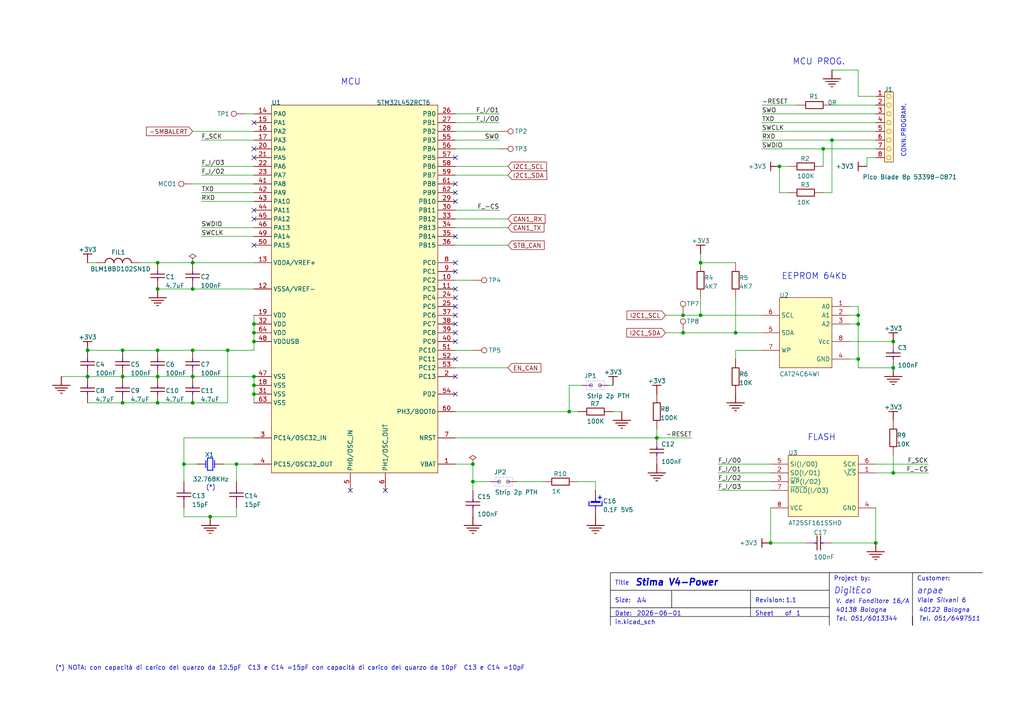
<source format=kicad_sch>
(kicad_sch (version 20230121) (generator eeschema)
  (paper "A4")
  (title_block (title "Stima V4-Power") (rev "1.1"))
  (lib_symbols
    (symbol "Connector:TestPoint" (pin_numbers hide) (pin_names (offset 0.762) hide)
      (property "Reference" "TP" (at 0 6.858 0))
      (property "Value" "TestPoint" (at 0 5.08 0))
      (symbol "TestPoint_0_1"
        (circle (center 0 3.302) (radius 0.762))
      )
      (symbol "TestPoint_1_1"
        (pin passive line (at 0 0 90) (length 2.54) (name "1") (number "1"))
      )
    )
    (symbol "Stima V4 Power-altium-import:+3V3" (power)
      (property "Reference" "#PWR" (at 0 0 0))
      (property "Value" "+3V3" (at 0 3.81 0))
      (symbol "+3V3_0_0"
        (polyline (pts (xy -1.27 -2.54) (xy 1.27 -2.54)) (stroke (width 0.254)))
        (polyline (pts (xy 0 0) (xy 0 -2.54)) (stroke (width 0.254)))
        (pin power_in line (at 0 0 0) (length 0) hide (name "+3V3") (number ""))
      )
    )
    (symbol "Stima V4 Power-altium-import:GND" (power)
      (property "Reference" "#PWR" (at 0 0 0))
      (property "Value" "GND" (at 0 6.35 0))
      (symbol "GND_0_0"
        (polyline (pts (xy -2.54 -2.54) (xy 2.54 -2.54)) (stroke (width 0.254)))
        (polyline (pts (xy -1.778 -3.302) (xy 1.778 -3.302)) (stroke (width 0.254)))
        (polyline (pts (xy -1.016 -4.064) (xy 1.016 -4.064)) (stroke (width 0.254)))
        (polyline (pts (xy -0.254 -4.826) (xy 0.254 -4.826)) (stroke (width 0.254)))
        (polyline (pts (xy 0 0) (xy 0 -2.54)) (stroke (width 0.254)))
        (pin power_in line (at 0 0 0) (length 0) hide (name "GND") (number ""))
      )
    )
    (symbol "Stima V4 Power-altium-import:root_0_AT25SF161SSHD"
      (symbol "root_0_AT25SF161SSHD_1_0"
        (rectangle (start 20.32 0) (end 0 -17.78) (fill (type background)))
        (pin input line (at 25.4 -5.08 180) (length 5.08) (name "\\~{CS}") (number "1"))
        (pin output line (at -5.08 -5.08 0) (length 5.08) (name "SO(I/O1)") (number "2"))
        (pin input line (at -5.08 -7.62 0) (length 5.08) (name "~{WP}(I/O2)") (number "3"))
        (pin power_in line (at 25.4 -15.24 180) (length 5.08) (name "GND") (number "4"))
        (pin input line (at -5.08 -2.54 0) (length 5.08) (name "SI(I/O0)") (number "5"))
        (pin input line (at 25.4 -2.54 180) (length 5.08) (name "SCK") (number "6"))
        (pin input line (at -5.08 -10.16 0) (length 5.08) (name "~{HOLD}(I/O3)") (number "7"))
        (pin power_in line (at -5.08 -15.24 0) (length 5.08) (name "VCC") (number "8"))
      )
    )
    (symbol "Stima V4 Power-altium-import:root_0_BLM18BD"
      (symbol "root_0_BLM18BD_1_0"
        (arc (start 1.27 -1.27) (mid 0.372 -1.642) (end 0 -2.54) (stroke (width 0.254)))
        (arc (start 2.54 -2.54) (mid 2.168 -1.642) (end 1.27 -1.27) (stroke (width 0.254)))
        (arc (start 3.81 -1.27) (mid 2.912 -1.642) (end 2.54 -2.54) (stroke (width 0.254)))
        (arc (start 5.08 -2.54) (mid 4.708 -1.642) (end 3.81 -1.27) (stroke (width 0.254)))
        (arc (start 6.35 -1.27) (mid 5.452 -1.642) (end 5.08 -2.54) (stroke (width 0.254)))
        (arc (start 7.62 -2.54) (mid 7.248 -1.642) (end 6.35 -1.27) (stroke (width 0.254)))
        (pin passive line (at -2.54 -2.54 0) (length 2.54) (name "1") (number "1"))
        (pin passive line (at 10.16 -2.54 180) (length 2.54) (name "2") (number "2"))
      )
    )
    (symbol "Stima V4 Power-altium-import:root_0_C0603"
      (symbol "root_0_C0603_1_0"
        (polyline (pts (xy -2.032 -0.762) (xy 2.032 -0.762)) (stroke (width 0.254)))
        (polyline (pts (xy 0 -2.54) (xy 0 -1.778)) (stroke (width 0.254) (color 0 0 255 1)))
        (polyline (pts (xy 0 0) (xy 0 -0.762)) (stroke (width 0.254) (color 0 0 255 1)))
        (polyline (pts (xy 2.032 -1.778) (xy -2.032 -1.778)) (stroke (width 0.254)))
        (pin passive line (at 0 2.54 270) (length 2.54) (name "1") (number "1"))
        (pin passive line (at 0 -5.08 90) (length 2.54) (name "2") (number "2"))
      )
    )
    (symbol "Stima V4 Power-altium-import:root_0_C0805"
      (symbol "root_0_C0805_1_0"
        (polyline (pts (xy -2.032 -0.762) (xy 2.032 -0.762)) (stroke (width 0.254)))
        (polyline (pts (xy 0 -2.54) (xy 0 -1.778)) (stroke (width 0.254) (color 0 0 255 1)))
        (polyline (pts (xy 0 0) (xy 0 -0.762)) (stroke (width 0.254) (color 0 0 255 1)))
        (polyline (pts (xy 2.032 -1.778) (xy -2.032 -1.778)) (stroke (width 0.254)))
        (pin passive line (at 0 2.54 270) (length 2.54) (name "1") (number "1"))
        (pin passive line (at 0 -5.08 90) (length 2.54) (name "2") (number "2"))
      )
    )
    (symbol "Stima V4 Power-altium-import:root_0_ConnPicoBlade8p"
      (symbol "root_0_ConnPicoBlade8p_1_0"
        (circle (center 1.27 -19.05) (radius 0.635) (stroke (width 0.0001)) (fill (type color) (color 192 192 192 1)))
        (circle (center 1.27 -16.51) (radius 0.635) (stroke (width 0.0001)) (fill (type color) (color 192 192 192 1)))
        (circle (center 1.27 -13.97) (radius 0.635) (stroke (width 0.0001)) (fill (type color) (color 192 192 192 1)))
        (circle (center 1.27 -11.43) (radius 0.635) (stroke (width 0.0001)) (fill (type color) (color 192 192 192 1)))
        (circle (center 1.27 -8.89) (radius 0.635) (stroke (width 0.0001)) (fill (type color) (color 192 192 192 1)))
        (circle (center 1.27 -6.35) (radius 0.635) (stroke (width 0.0001)) (fill (type color) (color 192 192 192 1)))
        (circle (center 1.27 -3.81) (radius 0.635) (stroke (width 0.0001)) (fill (type color) (color 192 192 192 1)))
        (circle (center 1.27 -1.27) (radius 0.635) (stroke (width 0.0001)) (fill (type color) (color 192 192 192 1)))
        (rectangle (start 2.54 0) (end 0 -20.32) (fill (type background)))
        (pin passive line (at -2.54 -1.27 0) (length 2.54) (name "1") (number "1"))
        (pin passive line (at -2.54 -3.81 0) (length 2.54) (name "2") (number "2"))
        (pin passive line (at -2.54 -6.35 0) (length 2.54) (name "3") (number "3"))
        (pin passive line (at -2.54 -8.89 0) (length 2.54) (name "4") (number "4"))
        (pin passive line (at -2.54 -11.43 0) (length 2.54) (name "5") (number "5"))
        (pin passive line (at -2.54 -13.97 0) (length 2.54) (name "6") (number "6"))
        (pin passive line (at -2.54 -16.51 0) (length 2.54) (name "7") (number "7"))
        (pin passive line (at -2.54 -19.05 0) (length 2.54) (name "8") (number "8"))
      )
    )
    (symbol "Stima V4 Power-altium-import:root_0_Elettrol-SMD"
      (symbol "root_0_Elettrol-SMD_1_0"
        (polyline (pts (xy -1.905 -1.905) (xy -1.905 -0.635)) (stroke (width 0.254) (color 0 0 255 1)))
        (polyline (pts (xy -1.27 -0.787) (xy 1.194 -0.787)) (stroke (width 0.254) (color 0 0 255 1)))
        (polyline (pts (xy -1.25 -0.645) (xy 1.29 -0.645)) (stroke (width 0.254) (color 0 0 255 1)))
        (polyline (pts (xy 0 -1.905) (xy 0 -2.54)) (stroke (width 0.254) (color 0 0 255 1)))
        (polyline (pts (xy 0 -0.635) (xy 0 0)) (stroke (width 0.254) (color 0 0 255 1)))
        (polyline (pts (xy 0.762 0.508) (xy 1.778 0.508)) (stroke (width 0.254) (color 0 0 255 1)))
        (polyline (pts (xy 1.27 0) (xy 1.27 1.016)) (stroke (width 0.254) (color 0 0 255 1)))
        (polyline (pts (xy 1.905 -1.905) (xy -1.905 -1.905)) (stroke (width 0.254) (color 0 0 255 1)))
        (polyline (pts (xy 1.905 -1.905) (xy 1.905 -0.635)) (stroke (width 0.254) (color 0 0 255 1)))
        (polyline (pts (xy -1.29 -0.645) (xy -1.29 -0.968) (xy 1.29 -0.968) (xy 1.29 -0.645)) (stroke (width 0.254) (color 0 0 255 1)))
        (pin passive line (at 0 2.54 270) (length 2.54) (name "1") (number "1"))
        (pin passive line (at 0 -5.08 90) (length 2.54) (name "2") (number "2"))
      )
    )
    (symbol "Stima V4 Power-altium-import:root_0_Res 0603"
      (symbol "root_0_Res 0603_1_0"
        (rectangle (start 5.08 -1.524) (end 0 -3.556) (stroke (width 0.254)))
        (pin passive line (at -2.54 -2.54 0) (length 2.54) (name "1") (number "1"))
        (pin passive line (at 7.62 -2.54 180) (length 2.54) (name "2") (number "2"))
      )
    )
    (symbol "Stima V4 Power-altium-import:root_0_STM32L433R"
      (symbol "root_0_STM32L433R_1_0"
        (rectangle (start 48.26 0) (end 0 -106.68) (fill (type background)))
        (pin power_in line (at 53.34 -104.14 180) (length 5.08) (name "VBAT") (number "1"))
        (pin passive line (at 53.34 -50.8 180) (length 5.08) (name "PC2") (number "10"))
        (pin passive line (at 53.34 -53.34 180) (length 5.08) (name "PC3") (number "11"))
        (pin power_in line (at -5.08 -53.34 0) (length 5.08) (name "VSSA/VREF-") (number "12"))
        (pin power_in line (at -5.08 -45.72 0) (length 5.08) (name "VDDA/VREF+") (number "13"))
        (pin passive line (at -5.08 -2.54 0) (length 5.08) (name "PA0") (number "14"))
        (pin passive line (at -5.08 -5.08 0) (length 5.08) (name "PA1") (number "15"))
        (pin passive line (at -5.08 -7.62 0) (length 5.08) (name "PA2") (number "16"))
        (pin passive line (at -5.08 -10.16 0) (length 5.08) (name "PA3") (number "17"))
        (pin power_in line (at -5.08 -81.28 0) (length 5.08) (name "VSS") (number "18"))
        (pin power_in line (at -5.08 -60.96 0) (length 5.08) (name "VDD") (number "19"))
        (pin passive line (at 53.34 -78.74 180) (length 5.08) (name "PC13") (number "2"))
        (pin passive line (at -5.08 -12.7 0) (length 5.08) (name "PA4") (number "20"))
        (pin passive line (at -5.08 -15.24 0) (length 5.08) (name "PA5") (number "21"))
        (pin passive line (at -5.08 -17.78 0) (length 5.08) (name "PA6") (number "22"))
        (pin passive line (at -5.08 -20.32 0) (length 5.08) (name "PA7") (number "23"))
        (pin passive line (at 53.34 -55.88 180) (length 5.08) (name "PC4") (number "24"))
        (pin passive line (at 53.34 -58.42 180) (length 5.08) (name "PC5") (number "25"))
        (pin passive line (at 53.34 -2.54 180) (length 5.08) (name "PB0") (number "26"))
        (pin passive line (at 53.34 -5.08 180) (length 5.08) (name "PB1") (number "27"))
        (pin passive line (at 53.34 -7.62 180) (length 5.08) (name "PB2") (number "28"))
        (pin passive line (at 53.34 -27.94 180) (length 5.08) (name "PB10") (number "29"))
        (pin passive line (at -5.08 -96.52 0) (length 5.08) (name "PC14/OSC32_IN") (number "3"))
        (pin passive line (at 53.34 -30.48 180) (length 5.08) (name "PB11") (number "30"))
        (pin power_in line (at -5.08 -83.82 0) (length 5.08) (name "VSS") (number "31"))
        (pin power_in line (at -5.08 -63.5 0) (length 5.08) (name "VDD") (number "32"))
        (pin passive line (at 53.34 -33.02 180) (length 5.08) (name "PB12") (number "33"))
        (pin passive line (at 53.34 -35.56 180) (length 5.08) (name "PB13") (number "34"))
        (pin passive line (at 53.34 -38.1 180) (length 5.08) (name "PB14") (number "35"))
        (pin passive line (at 53.34 -40.64 180) (length 5.08) (name "PB15") (number "36"))
        (pin passive line (at 53.34 -60.96 180) (length 5.08) (name "PC6") (number "37"))
        (pin passive line (at 53.34 -63.5 180) (length 5.08) (name "PC7") (number "38"))
        (pin passive line (at 53.34 -66.04 180) (length 5.08) (name "PC8") (number "39"))
        (pin passive line (at -5.08 -104.14 0) (length 5.08) (name "PC15/OSC32_OUT") (number "4"))
        (pin passive line (at 53.34 -68.58 180) (length 5.08) (name "PC9") (number "40"))
        (pin passive line (at -5.08 -22.86 0) (length 5.08) (name "PA8") (number "41"))
        (pin passive line (at -5.08 -25.4 0) (length 5.08) (name "PA9") (number "42"))
        (pin passive line (at -5.08 -27.94 0) (length 5.08) (name "PA10") (number "43"))
        (pin passive line (at -5.08 -30.48 0) (length 5.08) (name "PA11") (number "44"))
        (pin passive line (at -5.08 -33.02 0) (length 5.08) (name "PA12") (number "45"))
        (pin passive line (at -5.08 -35.56 0) (length 5.08) (name "PA13") (number "46"))
        (pin power_in line (at -5.08 -78.74 0) (length 5.08) (name "VSS") (number "47"))
        (pin power_in line (at -5.08 -68.58 0) (length 5.08) (name "VDDUSB") (number "48"))
        (pin passive line (at -5.08 -38.1 0) (length 5.08) (name "PA14") (number "49"))
        (pin passive line (at 22.86 -111.76 90) (length 5.08) (name "PH0/OSC_IN") (number "5"))
        (pin passive line (at -5.08 -40.64 0) (length 5.08) (name "PA15") (number "50"))
        (pin passive line (at 53.34 -71.12 180) (length 5.08) (name "PC10") (number "51"))
        (pin passive line (at 53.34 -73.66 180) (length 5.08) (name "PC11") (number "52"))
        (pin passive line (at 53.34 -76.2 180) (length 5.08) (name "PC12") (number "53"))
        (pin passive line (at 53.34 -83.82 180) (length 5.08) (name "PD2") (number "54"))
        (pin passive line (at 53.34 -10.16 180) (length 5.08) (name "PB3") (number "55"))
        (pin passive line (at 53.34 -12.7 180) (length 5.08) (name "PB4") (number "56"))
        (pin passive line (at 53.34 -15.24 180) (length 5.08) (name "PB5") (number "57"))
        (pin passive line (at 53.34 -17.78 180) (length 5.08) (name "PB6") (number "58"))
        (pin passive line (at 53.34 -20.32 180) (length 5.08) (name "PB7") (number "59"))
        (pin passive line (at 33.02 -111.76 90) (length 5.08) (name "PH1/OSC_OUT") (number "6"))
        (pin passive line (at 53.34 -88.9 180) (length 5.08) (name "PH3/BOOT0") (number "60"))
        (pin passive line (at 53.34 -22.86 180) (length 5.08) (name "PB8") (number "61"))
        (pin passive line (at 53.34 -25.4 180) (length 5.08) (name "PB9") (number "62"))
        (pin power_in line (at -5.08 -86.36 0) (length 5.08) (name "VSS") (number "63"))
        (pin power_in line (at -5.08 -66.04 0) (length 5.08) (name "VDD") (number "64"))
        (pin passive line (at 53.34 -96.52 180) (length 5.08) (name "NRST") (number "7"))
        (pin passive line (at 53.34 -45.72 180) (length 5.08) (name "PC0") (number "8"))
        (pin passive line (at 53.34 -48.26 180) (length 5.08) (name "PC1") (number "9"))
      )
    )
    (symbol "Stima V4 Power-altium-import:root_0_mirrored_AT24C64AN-10SI-2.7"
      (symbol "root_0_mirrored_AT24C64AN-10SI-2.7_1_0"
        (rectangle (start 0 0) (end -15.24 -20.32) (fill (type background)))
        (pin input line (at 5.08 -2.54 180) (length 5.08) (name "A0") (number "1"))
        (pin input line (at 5.08 -5.08 180) (length 5.08) (name "A1") (number "2"))
        (pin input line (at 5.08 -7.62 180) (length 5.08) (name "A2") (number "3"))
        (pin power_in line (at 5.08 -17.78 180) (length 5.08) (name "GND") (number "4"))
        (pin bidirectional line (at -20.32 -10.16 0) (length 5.08) (name "SDA") (number "5"))
        (pin input line (at -20.32 -5.08 0) (length 5.08) (name "SCL") (number "6"))
        (pin passive line (at -20.32 -15.24 0) (length 5.08) (name "WP") (number "7"))
        (pin power_in line (at 5.08 -12.7 180) (length 5.08) (name "Vcc") (number "8"))
      )
    )
    (symbol "Stima V4 Power-altium-import:root_1_C0805"
      (symbol "root_1_C0805_1_0"
        (polyline (pts (xy 0 0) (xy 0.762 0)) (stroke (width 0.254) (color 0 0 255 1)))
        (polyline (pts (xy 0.762 -2.032) (xy 0.762 2.032)) (stroke (width 0.254)))
        (polyline (pts (xy 1.778 2.032) (xy 1.778 -2.032)) (stroke (width 0.254)))
        (polyline (pts (xy 2.54 0) (xy 1.778 0)) (stroke (width 0.254) (color 0 0 255 1)))
        (pin passive line (at -2.54 0 0) (length 2.54) (name "1") (number "1"))
        (pin passive line (at 5.08 0 180) (length 2.54) (name "2") (number "2"))
      )
    )
    (symbol "Stima V4 Power-altium-import:root_1_JUMP1"
      (symbol "root_1_JUMP1_1_0"
        (polyline (pts (xy 1.27 1.27) (xy 0 1.27)) (stroke (width 0) (color 0 0 255 1)))
        (polyline (pts (xy 3.81 1.27) (xy 5.08 1.27)) (stroke (width 0) (color 0 0 255 1)))
        (polyline (pts (xy 0 2.54) (xy 0 0) (xy 5.08 0) (xy 5.08 2.54) (xy 0 2.54)) (stroke (width 0) (type dot) (color 0 0 255 1)))
        (circle (center 1.27 1.27) (radius 0.508) (stroke (width 0.0001)) (fill (type color) (color 192 192 192 1)))
        (circle (center 3.81 1.27) (radius 0.508) (stroke (width 0.0001)) (fill (type color) (color 192 192 192 1)))
        (pin passive line (at -1.27 1.27 0) (length 1.27) (name "") (number "1"))
        (pin passive line (at 6.35 1.27 180) (length 1.27) (name "") (number "2"))
      )
    )
    (symbol "Stima V4 Power-altium-import:root_1_Res 0603"
      (symbol "root_1_Res 0603_1_0"
        (rectangle (start 3.556 5.08) (end 1.524 0) (stroke (width 0.254)))
        (pin passive line (at 2.54 -2.54 90) (length 2.54) (name "1") (number "1"))
        (pin passive line (at 2.54 7.62 270) (length 2.54) (name "2") (number "2"))
      )
    )
    (symbol "Stima V4 Power-altium-import:root_2_XTAL CIL"
      (symbol "root_2_XTAL CIL_1_0"
        (polyline (pts (xy -2.54 1.524) (xy -2.54 3.556)) (stroke (width 0.254) (color 0 0 255 1)))
        (polyline (pts (xy -0.508 0.762) (xy -2.032 0.762)) (stroke (width 0.254) (color 0 0 255 1)))
        (polyline (pts (xy 0 1.524) (xy 0 3.556)) (stroke (width 0.254) (color 0 0 255 1)))
        (polyline (pts (xy -2.032 0.762) (xy -2.032 4.318) (xy -0.508 4.318) (xy -0.508 0.762)) (stroke (width 0.254) (color 0 0 255 1)))
        (pin passive line (at 2.54 2.54 180) (length 2.54) (name "OSC1") (number "1"))
        (pin passive line (at -5.08 2.54 0) (length 2.54) (name "OSC2") (number "2"))
      )
    )
    (symbol "power:PWR_FLAG" (power) (pin_numbers hide) (pin_names (offset 0) hide)
      (property "Value" "PWR_FLAG" (at 0 3.81 0))
      (symbol "PWR_FLAG_0_0"
        (pin power_out line (at 0 0 90) (length 0) (name "pwr") (number "1"))
      )
      (symbol "PWR_FLAG_0_1"
        (polyline (pts (xy 0 0) (xy 0 1.27) (xy -1.016 1.905) (xy 0 2.54) (xy 1.016 1.905) (xy 0 1.27)))
      )
    )
  )
  (junction (at 73.66 111.76))
  (junction (at 73.66 99.06))
  (junction (at 259.08 106.68))
  (junction (at 45.72 101.6))
  (junction (at 25.4 101.6))
  (junction (at 73.66 96.52))
  (junction (at 35.56 101.6))
  (junction (at 254 157.48))
  (junction (at 35.56 109.22))
  (junction (at 165.1 119.38))
  (junction (at 248.92 91.44))
  (junction (at 190.5 127))
  (junction (at 248.92 93.98))
  (junction (at 73.66 93.98))
  (junction (at 60.96 149.86))
  (junction (at 68.58 134.62))
  (junction (at 203.2 91.44))
  (junction (at 259.08 99.06))
  (junction (at 73.66 114.3))
  (junction (at 137.16 139.7))
  (junction (at 66.04 101.6))
  (junction (at 45.72 116.84))
  (junction (at 223.52 157.48))
  (junction (at 137.16 134.62))
  (junction (at 55.88 83.82))
  (junction (at 241.3 40.64))
  (junction (at 45.72 76.2))
  (junction (at 198.12 91.44))
  (junction (at 203.2 76.2))
  (junction (at 55.88 101.6))
  (junction (at 55.88 109.22))
  (junction (at 53.34 134.62))
  (junction (at 213.36 96.52))
  (junction (at 226.06 48.26))
  (junction (at 248.92 104.14))
  (junction (at 25.4 109.22))
  (junction (at 259.08 137.16))
  (junction (at 45.72 109.22))
  (junction (at 55.88 76.2))
  (junction (at 73.66 109.22))
  (junction (at 198.12 96.52))
  (junction (at 45.72 83.82))
  (junction (at 35.56 116.84))
  (junction (at 55.88 116.84))
  (junction (at 238.76 43.18))
  (no_connect (at 132.08 114.3))
  (no_connect (at 132.08 104.14))
  (no_connect (at 73.66 60.96))
  (no_connect (at 132.08 45.72))
  (no_connect (at 73.66 63.5))
  (no_connect (at 132.08 91.44))
  (no_connect (at 73.66 43.18))
  (no_connect (at 132.08 86.36))
  (no_connect (at 111.76 142.24))
  (no_connect (at 132.08 68.58))
  (no_connect (at 132.08 58.42))
  (no_connect (at 73.66 35.56))
  (no_connect (at 132.08 109.22))
  (no_connect (at 132.08 83.82))
  (no_connect (at 132.08 88.9))
  (no_connect (at 132.08 55.88))
  (no_connect (at 73.66 45.72))
  (no_connect (at 101.6 142.24))
  (no_connect (at 132.08 93.98))
  (no_connect (at 132.08 78.74))
  (no_connect (at 73.66 71.12))
  (no_connect (at 132.08 53.34))
  (no_connect (at 132.08 96.52))
  (no_connect (at 132.08 99.06))
  (no_connect (at 132.08 76.2))
  (wire (pts (xy 25.4 109.22) (xy 35.56 109.22)))
  (wire (pts (xy 223.52 142.24) (xy 208.28 142.24)))
  (wire (pts (xy 190.5 127) (xy 200.66 127)))
  (wire (pts (xy 73.66 40.64) (xy 58.42 40.64)))
  (wire (pts (xy 45.72 109.22) (xy 55.88 109.22)))
  (wire (pts (xy 35.56 109.22) (xy 45.72 109.22)))
  (wire (pts (xy 73.66 114.3) (xy 73.66 116.84)))
  (wire (pts (xy 71.12 33.02) (xy 73.66 33.02)))
  (wire (pts (xy 248.92 106.68) (xy 259.08 106.68)))
  (wire (pts (xy 190.5 124.46) (xy 190.5 127)))
  (wire (pts (xy 172.72 139.7) (xy 172.72 142.24)))
  (wire (pts (xy 53.34 134.62) (xy 57.15 134.62)))
  (wire (pts (xy 40.64 76.2) (xy 45.72 76.2)))
  (wire (pts (xy 248.92 20.32) (xy 241.3 20.32)))
  (wire (pts (xy 73.66 66.04) (xy 58.42 66.04)))
  (wire (pts (xy 203.2 76.2) (xy 213.36 76.2)))
  (wire (pts (xy 73.66 127) (xy 53.34 127)))
  (polyline (pts (xy 217.678 171.196) (xy 217.678 178.816)) (stroke (width 0) (type solid) (color 0 0 0 1)))
  (wire (pts (xy 66.04 101.6) (xy 55.88 101.6)))
  (wire (pts (xy 55.88 38.1) (xy 73.66 38.1)))
  (wire (pts (xy 213.36 86.36) (xy 213.36 96.52)))
  (wire (pts (xy 220.98 38.1) (xy 254 38.1)))
  (wire (pts (xy 167.64 139.7) (xy 172.72 139.7)))
  (wire (pts (xy 241.3 55.88) (xy 238.76 55.88)))
  (wire (pts (xy 132.08 71.12) (xy 147.32 71.12)))
  (wire (pts (xy 248.92 93.98) (xy 248.92 91.44)))
  (wire (pts (xy 35.56 101.6) (xy 25.4 101.6)))
  (wire (pts (xy 203.2 91.44) (xy 220.98 91.44)))
  (wire (pts (xy 132.08 134.62) (xy 137.16 134.62)))
  (wire (pts (xy 53.34 149.86) (xy 60.96 149.86)))
  (wire (pts (xy 55.88 109.22) (xy 73.66 109.22)))
  (wire (pts (xy 248.92 104.14) (xy 248.92 93.98)))
  (wire (pts (xy 213.36 96.52) (xy 220.98 96.52)))
  (wire (pts (xy 241.3 40.64) (xy 220.98 40.64)))
  (polyline (pts (xy 194.818 171.196) (xy 194.818 176.276)) (stroke (width 0) (type solid) (color 0 0 0 1)))
  (wire (pts (xy 68.58 139.7) (xy 68.58 134.62)))
  (wire (pts (xy 132.08 38.1) (xy 144.78 38.1)))
  (wire (pts (xy 73.66 101.6) (xy 66.04 101.6)))
  (wire (pts (xy 137.16 139.7) (xy 142.24 139.7)))
  (wire (pts (xy 132.08 50.8) (xy 147.32 50.8)))
  (wire (pts (xy 226.06 48.26) (xy 228.6 48.26)))
  (wire (pts (xy 132.08 66.04) (xy 147.32 66.04)))
  (wire (pts (xy 203.2 86.36) (xy 203.2 91.44)))
  (wire (pts (xy 149.86 139.7) (xy 157.48 139.7)))
  (wire (pts (xy 248.92 91.44) (xy 248.92 88.9)))
  (wire (pts (xy 203.2 73.66) (xy 203.2 76.2)))
  (wire (pts (xy 25.4 76.2) (xy 27.94 76.2)))
  (wire (pts (xy 198.12 91.44) (xy 203.2 91.44)))
  (wire (pts (xy 228.6 55.88) (xy 226.06 55.88)))
  (polyline (pts (xy 240.538 166.116) (xy 240.538 178.816)) (stroke (width 0) (type solid) (color 0 0 0 1)))
  (wire (pts (xy 254 137.16) (xy 259.08 137.16)))
  (wire (pts (xy 45.72 76.2) (xy 55.88 76.2)))
  (wire (pts (xy 165.1 119.38) (xy 167.64 119.38)))
  (wire (pts (xy 168.91 111.76) (xy 165.1 111.76)))
  (wire (pts (xy 73.66 109.22) (xy 73.66 111.76)))
  (wire (pts (xy 223.52 147.32) (xy 223.52 157.48)))
  (polyline (pts (xy 264.668 178.816) (xy 264.668 181.356)) (stroke (width 0) (type solid) (color 0 0 0 1)))
  (wire (pts (xy 132.08 35.56) (xy 144.78 35.56)))
  (wire (pts (xy 241.3 40.64) (xy 241.3 55.88)))
  (wire (pts (xy 254 33.02) (xy 220.98 33.02)))
  (wire (pts (xy 73.66 111.76) (xy 73.66 114.3)))
  (wire (pts (xy 53.34 147.32) (xy 53.34 149.86)))
  (wire (pts (xy 248.92 88.9) (xy 246.38 88.9)))
  (wire (pts (xy 35.56 116.84) (xy 25.4 116.84)))
  (wire (pts (xy 45.72 101.6) (xy 35.56 101.6)))
  (wire (pts (xy 53.34 134.62) (xy 53.34 139.7)))
  (wire (pts (xy 213.36 101.6) (xy 213.36 104.14)))
  (wire (pts (xy 220.98 101.6) (xy 213.36 101.6)))
  (wire (pts (xy 17.78 109.22) (xy 25.4 109.22)))
  (wire (pts (xy 132.08 119.38) (xy 165.1 119.38)))
  (wire (pts (xy 132.08 81.28) (xy 137.16 81.28)))
  (wire (pts (xy 132.08 40.64) (xy 144.78 40.64)))
  (wire (pts (xy 254 35.56) (xy 220.98 35.56)))
  (wire (pts (xy 254 134.62) (xy 269.24 134.62)))
  (wire (pts (xy 132.08 127) (xy 190.5 127)))
  (wire (pts (xy 73.66 55.88) (xy 58.42 55.88)))
  (wire (pts (xy 73.66 91.44) (xy 73.66 93.98)))
  (wire (pts (xy 132.08 43.18) (xy 144.78 43.18)))
  (wire (pts (xy 55.88 83.82) (xy 73.66 83.82)))
  (wire (pts (xy 73.66 93.98) (xy 73.66 96.52)))
  (wire (pts (xy 132.08 101.6) (xy 137.16 101.6)))
  (wire (pts (xy 223.52 134.62) (xy 208.28 134.62)))
  (polyline (pts (xy 264.668 178.816) (xy 264.668 181.356)) (stroke (width 0) (type solid) (color 0 0 0 1)))
  (wire (pts (xy 66.04 101.6) (xy 66.04 116.84)))
  (wire (pts (xy 220.98 43.18) (xy 238.76 43.18)))
  (wire (pts (xy 45.72 83.82) (xy 55.88 83.82)))
  (wire (pts (xy 73.66 50.8) (xy 58.42 50.8)))
  (wire (pts (xy 254 45.72) (xy 251.46 45.72)))
  (wire (pts (xy 45.72 116.84) (xy 35.56 116.84)))
  (wire (pts (xy 226.06 55.88) (xy 226.06 48.26)))
  (wire (pts (xy 132.08 63.5) (xy 147.32 63.5)))
  (wire (pts (xy 177.8 119.38) (xy 180.34 119.38)))
  (wire (pts (xy 55.88 53.34) (xy 73.66 53.34)))
  (wire (pts (xy 246.38 93.98) (xy 248.92 93.98)))
  (wire (pts (xy 251.46 45.72) (xy 251.46 48.26)))
  (wire (pts (xy 60.96 149.86) (xy 68.58 149.86)))
  (wire (pts (xy 231.14 30.48) (xy 220.98 30.48)))
  (wire (pts (xy 73.66 58.42) (xy 58.42 58.42)))
  (wire (pts (xy 248.92 104.14) (xy 248.92 106.68)))
  (wire (pts (xy 55.88 101.6) (xy 45.72 101.6)))
  (wire (pts (xy 66.04 116.84) (xy 55.88 116.84)))
  (wire (pts (xy 193.04 91.44) (xy 198.12 91.44)))
  (wire (pts (xy 53.34 127) (xy 53.34 134.62)))
  (wire (pts (xy 68.58 134.62) (xy 73.66 134.62)))
  (wire (pts (xy 73.66 96.52) (xy 73.66 99.06)))
  (wire (pts (xy 241.3 157.48) (xy 254 157.48)))
  (wire (pts (xy 73.66 68.58) (xy 58.42 68.58)))
  (wire (pts (xy 223.52 139.7) (xy 208.28 139.7)))
  (wire (pts (xy 259.08 137.16) (xy 269.24 137.16)))
  (wire (pts (xy 64.77 134.62) (xy 68.58 134.62)))
  (wire (pts (xy 137.16 134.62) (xy 137.16 139.7)))
  (wire (pts (xy 132.08 48.26) (xy 147.32 48.26)))
  (wire (pts (xy 238.76 43.18) (xy 254 43.18)))
  (wire (pts (xy 55.88 76.2) (xy 73.66 76.2)))
  (wire (pts (xy 193.04 96.52) (xy 198.12 96.52)))
  (wire (pts (xy 176.53 111.76) (xy 177.8 111.76)))
  (wire (pts (xy 132.08 106.68) (xy 147.32 106.68)))
  (wire (pts (xy 73.66 48.26) (xy 58.42 48.26)))
  (wire (pts (xy 137.16 139.7) (xy 137.16 142.24)))
  (wire (pts (xy 254 40.64) (xy 241.3 40.64)))
  (wire (pts (xy 254 27.94) (xy 248.92 27.94)))
  (wire (pts (xy 223.52 157.48) (xy 233.68 157.48)))
  (wire (pts (xy 238.76 48.26) (xy 238.76 43.18)))
  (wire (pts (xy 248.92 27.94) (xy 248.92 20.32)))
  (wire (pts (xy 259.08 99.06) (xy 246.38 99.06)))
  (wire (pts (xy 132.08 33.02) (xy 144.78 33.02)))
  (wire (pts (xy 198.12 96.52) (xy 213.36 96.52)))
  (wire (pts (xy 259.08 132.08) (xy 259.08 137.16)))
  (wire (pts (xy 254 30.48) (xy 241.3 30.48)))
  (polyline (pts (xy 177.038 171.196) (xy 240.538 171.196)) (stroke (width 0) (type solid) (color 0 0 0 1)))
  (polyline (pts (xy 177.038 176.276) (xy 240.538 176.276)) (stroke (width 0) (type solid) (color 0 0 0 1)))
  (wire (pts (xy 55.88 116.84) (xy 45.72 116.84)))
  (wire (pts (xy 73.66 99.06) (xy 73.66 101.6)))
  (wire (pts (xy 246.38 91.44) (xy 248.92 91.44)))
  (wire (pts (xy 132.08 60.96) (xy 144.78 60.96)))
  (wire (pts (xy 165.1 111.76) (xy 165.1 119.38)))
  (wire (pts (xy 246.38 104.14) (xy 248.92 104.14)))
  (wire (pts (xy 254 157.48) (xy 254 147.32)))
  (wire (pts (xy 223.52 137.16) (xy 208.28 137.16)))
  (wire (pts (xy 68.58 149.86) (xy 68.58 147.32)))
  (polyline (pts (xy 284.988 166.116) (xy 264.668 166.116) (xy 264.668 178.816)) (stroke (width 0) (type solid) (color 0 0 0 1)))
  (polyline (pts (xy 268.478 166.116) (xy 177.038 166.116) (xy 177.038 181.356)) (stroke (width 0) (type solid) (color 0 0 0 1)))
  (polyline (pts (xy 177.038 178.816) (xy 240.538 178.816) (xy 240.538 181.356)) (stroke (width 0) (type solid) (color 0 0 0 1)))
  (text "${FILENAME}" (at 178.308 181.356 0) (effects (font (size 1.27 1.27)) (justify left bottom)))
  (text "MCU PROG." (at 229.87 19.05 0) (effects (font (size 1.778 1.778)) (justify left bottom)))
  (text "EEPROM 64Kb" (at 226.695 81.28 0) (effects (font (size 1.778 1.778)) (justify left bottom)))
  (text "${##}" (at 230.886 178.816 0) (effects (font (size 1.27 1.27)) (justify left bottom)))
  (text "" (at 266.446 177.8 0) (effects (font (size 1.27 1.27) italic) (justify left bottom)))
  (text "V. del Fonditore 16/A" (at 242.316 175.26 0) (effects (font (size 1.27 1.27) italic) (justify left bottom)))
  (text "Title" (at 178.308 169.926 0) (effects (font (size 1.27 1.27)) (justify left bottom)))
  (text "Revision:" (at 218.948 175.006 0) (effects (font (size 1.27 1.27)) (justify left bottom)))
  (text "Date:" (at 178.308 178.816 0) (effects (font (size 1.27 1.27)) (justify left bottom)))
  (text "MCU" (at 98.806 24.892 0) (effects (font (size 1.778 1.778)) (justify left bottom)))
  (text "A4" (at 184.658 175.26 0) (effects (font (size 1.524 1.524)) (justify left bottom)))
  (text "40122 Bologna" (at 266.446 177.8 0) (effects (font (size 1.27 1.27) italic) (justify left bottom)))
  (text "Sheet" (at 218.948 178.816 0) (effects (font (size 1.27 1.27)) (justify left bottom)))
  (text "Tel. 051/6497511" (at 266.446 180.34 0) (effects (font (size 1.27 1.27) italic) (justify left bottom)))
  (text "Tel. 051/6013344" (at 242.316 180.34 0) (effects (font (size 1.27 1.27) italic) (justify left bottom)))
  (text "arpae" (at 265.938 172.466 0) (effects (font (size 1.778 1.778) italic) (justify left bottom)))
  (text "DigitEco" (at 241.808 172.466 0) (effects (font (size 1.778 1.778) italic) (justify left bottom)))
  (text "${#}" (at 224.282 178.816 0) (effects (font (size 1.27 1.27)) (justify left bottom)))
  (text "Viale Silvani 6" (at 265.938 175.006 0) (effects (font (size 1.27 1.27) italic) (justify left bottom)))
  (text "Customer:" (at 265.938 168.656 0) (effects (font (size 1.27 1.27)) (justify left bottom)))
  (text "(*) NOTA: con capacità di carico del quarzo da 12.5pF  C13 e C14 =15pF con capacità di carico del quarzo da 10pF  C13 e C14 =10pF" (at 16.002 194.564 0) (effects (font (size 1.27 1.27)) (justify left bottom)))
  (text "of" (at 227.584 178.816 0) (effects (font (size 1.27 1.27)) (justify left bottom)))
  (text "(*)" (at 59.69 142.24 0) (effects (font (size 1.27 1.27)) (justify left bottom)))
  (text "" (at 266.446 180.34 0) (effects (font (size 1.27 1.27) italic) (justify left bottom)))
  (text "${TITLE}" (at 184.15 170.18 0) (effects (font (size 1.905 1.905) bold italic) (justify left bottom)))
  (text "1.1" (at 227.838 175.006 0) (effects (font (size 1.27 1.27)) (justify left bottom)))
  (text "${CURRENT_DATE}" (at 184.658 178.816 0) (effects (font (size 1.27 1.27)) (justify left bottom)))
  (text "CONN.PROGRAM." (at 262.89 45.72 90) (effects (font (size 1.27 1.27)) (justify left bottom)))
  (text "Project by:" (at 241.808 168.656 0) (effects (font (size 1.27 1.27)) (justify left bottom)))
  (text "Size:" (at 178.308 175.006 0) (effects (font (size 1.27 1.27)) (justify left bottom)))
  (text "" (at 184.658 181.356 0) (effects (font (size 1.27 1.27)) (justify left bottom)))
  (text "40138 Bologna" (at 242.316 177.8 0) (effects (font (size 1.27 1.27) italic) (justify left bottom)))
  (text "" (at 265.938 172.466 0) (effects (font (size 1.778 1.778) italic) (justify left bottom)))
  (text "FLASH" (at 234.188 128.016 0) (effects (font (size 1.778 1.778)) (justify left bottom)))
  (text "" (at 266.446 175.26 0) (effects (font (size 1.27 1.27) italic) (justify left bottom)))
  (label "F_I/O2" (at 58.42 50.8 180))
  (label "F_SCK" (at 58.42 40.64 180))
  (label "-RESET" (at 220.98 30.48 180))
  (label "SWDIO" (at 58.42 66.04 180))
  (label "F_-CS" (at 269.24 137.16 180))
  (label "F_SCK" (at 269.24 134.62 180))
  (label "SWCLK" (at 58.42 68.58 180))
  (label "F_I/O2" (at 208.28 139.7 180))
  (label "-RESET" (at 200.66 127 180))
  (label "F_-CS" (at 144.78 60.96 180))
  (label "F_I/O1" (at 144.78 33.02 180))
  (label "SWO" (at 220.98 33.02 180))
  (label "TXD" (at 58.42 55.88 180))
  (label "F_I/O0" (at 208.28 134.62 180))
  (label "F_I/O3" (at 208.28 142.24 180))
  (label "SWCLK" (at 220.98 38.1 180))
  (label "RXD" (at 220.98 40.64 180))
  (label "F_I/O1" (at 208.28 137.16 180))
  (label "TXD" (at 220.98 35.56 180))
  (label "SWO" (at 144.78 40.64 180))
  (label "F_I/O3" (at 58.42 48.26 180))
  (label "SWDIO" (at 220.98 43.18 180))
  (label "F_I/O0" (at 144.78 35.56 180))
  (label "RXD" (at 58.42 58.42 180))
  (global_label "EN_CAN" (shape input) (at 147.32 106.68 0) (property "Intersheetrefs" "${INTERSHEET_REFS}" (effects hide)))
  (global_label "-SMBALERT" (shape input) (at 55.88 38.1 180) (property "Intersheetrefs" "${INTERSHEET_REFS}" (effects hide)))
  (global_label "I2C1_SCL" (shape input) (at 193.04 91.44 180) (property "Intersheetrefs" "${INTERSHEET_REFS}" (effects hide)))
  (global_label "STB_CAN" (shape input) (at 147.32 71.12 0) (property "Intersheetrefs" "${INTERSHEET_REFS}" (effects hide)))
  (global_label "I2C1_SDA" (shape input) (at 147.32 50.8 0) (property "Intersheetrefs" "${INTERSHEET_REFS}" (effects hide)))
  (global_label "CAN1_RX" (shape input) (at 147.32 63.5 0) (property "Intersheetrefs" "${INTERSHEET_REFS}" (effects hide)))
  (global_label "I2C1_SDA" (shape input) (at 193.04 96.52 180) (property "Intersheetrefs" "${INTERSHEET_REFS}" (effects hide)))
  (global_label "CAN1_TX" (shape input) (at 147.32 66.04 0) (property "Intersheetrefs" "${INTERSHEET_REFS}" (effects hide)))
  (global_label "I2C1_SCL" (shape input) (at 147.32 48.26 0) (property "Intersheetrefs" "${INTERSHEET_REFS}" (effects hide)))
  (symbol (lib_id "Stima V4 Power-altium-import:+3V3") (at 259.08 121.92 180) (unit 1)
    (property "Reference" "#PWR?" (effects hide))
    (property "Value" "+3V3" (at 259.08 118.11 0))
  )
  (symbol (lib_id "Stima V4 Power-altium-import:root_2_XTAL CIL") (at 62.23 137.16 0) (unit 1)
    (property "Reference" "X1" (at 59.436 132.588 0) (effects (justify left bottom)))
    (property "Value" "32.768KHz" (at 55.88 139.7 0) (effects (justify left bottom)))
    (property "Footprint" "Library_Power_impronte:CRYST_ECS" (effects hide))
    (property "FREQUENCY" "32.768KHz" (effects hide))
    (property "PACKAGE REFERENCE" "3.2x1.5mm" (effects hide))
  )
  (symbol (lib_id "Stima V4 Power-altium-import:root_0_C0805") (at 259.08 101.6 0) (unit 1)
    (property "Reference" "C3" (at 260.35 101.6 0) (effects (justify left bottom)))
    (property "Value" "100nF" (at 260.35 106.68 0) (effects (justify left bottom)))
    (property "Footprint" "Library_Power_impronte:0603" (effects hide))
    (property "PACKAGE REFERENCE" "0603" (effects hide))
    (property "TYPE" "Multistrato X5R/X7R" (effects hide))
    (property "ALTIUM_VALUE" "100nF" (effects hide))
    (property "VOLTAGE" "50V" (effects hide))
  )
  (symbol (lib_id "power:PWR_FLAG") (at 55.88 76.2 0) (unit 1)
    (property "Reference" "#FLG020" (effects hide))
    (property "Value" "PWR_FLAG" (effects hide))
  )
  (symbol (lib_id "Stima V4 Power-altium-import:root_0_C0805") (at 137.16 144.78 0) (unit 1)
    (property "Reference" "C15" (at 138.43 144.78 0) (effects (justify left bottom)))
    (property "Value" "100nF" (at 138.43 149.86 0) (effects (justify left bottom)))
    (property "Footprint" "Library_Power_impronte:0603" (effects hide))
    (property "PACKAGE REFERENCE" "0603" (effects hide))
    (property "TYPE" "Multistrato X5R/X7R" (effects hide))
    (property "ALTIUM_VALUE" "100nF" (effects hide))
    (property "VOLTAGE" "50V" (effects hide))
  )
  (symbol (lib_id "Stima V4 Power-altium-import:root_0_C0603") (at 45.72 78.74 0) (unit 1)
    (property "Reference" "C1" (at 48.006 81.026 0) (effects (justify left bottom)))
    (property "Value" "4.7uF" (at 48.006 83.566 0) (effects (justify left bottom)))
    (property "Footprint" "Library_Power_impronte:0603" (effects hide))
    (property "PACKAGE REFERENCE" "0603" (effects hide))
    (property "TYPE" "Multistrato X5R/X7R" (effects hide))
    (property "ALTIUM_VALUE" "4.7uF" (effects hide))
    (property "VOLTAGE" "16V" (effects hide))
  )
  (symbol (lib_id "Stima V4 Power-altium-import:root_1_Res 0603") (at 256.54 129.54 0) (unit 1)
    (property "Reference" "R9" (at 260.096 127 0) (effects (justify left bottom)))
    (property "Value" "10K" (at 260.096 129.54 0) (effects (justify left bottom)))
    (property "Footprint" "Library_Power_impronte:0603" (effects hide))
    (property "ALTIUM_VALUE" "10K" (effects hide))
    (property "PRECISION" "1%" (effects hide))
    (property "PACKAGE REFERENCE" "0603" (effects hide))
    (property "POWER" "1/10W" (effects hide))
  )
  (symbol (lib_id "Stima V4 Power-altium-import:root_0_mirrored_AT24C64AN-10SI-2.7") (at 241.3 86.36 0) (unit 1)
    (property "Reference" "U2" (at 226.06 86.36 0) (effects (justify left bottom)))
    (property "Value" "CAT24C64WI" (at 226.06 109.22 0) (effects (justify left bottom)))
    (property "Footprint" "Library_Power_impronte:SO8" (effects hide))
    (property "PACKAGE REFERENCE" "SO8" (effects hide))
  )
  (symbol (lib_id "Stima V4 Power-altium-import:root_0_C0603") (at 35.56 104.14 0) (unit 1)
    (property "Reference" "C5" (at 37.846 106.426 0) (effects (justify left bottom)))
    (property "Value" "100nF" (at 37.846 108.966 0) (effects (justify left bottom)))
    (property "Footprint" "Library_Power_impronte:0603" (effects hide))
    (property "PACKAGE REFERENCE" "0603" (effects hide))
    (property "TYPE" "Multistrato X5R/X7R" (effects hide))
    (property "ALTIUM_VALUE" "100nF" (effects hide))
    (property "VOLTAGE" "50V" (effects hide))
  )
  (symbol (lib_id "Connector:TestPoint") (at 144.78 38.1 270) (unit 1)
    (property "Reference" "TP2" (at 151.13 38.1 90))
    (property "Value" "TestPoint" (effects hide))
    (property "Footprint" "Library_Power_impronte:TP" (effects hide))
  )
  (symbol (lib_id "Stima V4 Power-altium-import:root_0_ConnPicoBlade8p") (at 256.54 26.67 0) (unit 1)
    (property "Reference" "J1" (at 256.54 26.67 0) (effects (justify left bottom)))
    (property "Value" "Pico Blade 8p 53398-0871" (at 250.19 52.07 0) (effects (justify left bottom)))
    (property "Footprint" "Library_Power_impronte:MOLEX8P1_25SMD" (effects hide))
    (property "MANUFACTURING" "Molex" (effects hide))
    (property "CODE" "53261-0871 Right Angle (90)" (effects hide))
    (property "CODE1" "53398-0871  Vertical" (effects hide))
    (property "SERIES" "Pico Blade" (effects hide))
  )
  (symbol (lib_id "Stima V4 Power-altium-import:root_0_C0603") (at 55.88 104.14 0) (unit 1)
    (property "Reference" "C7" (at 58.166 106.426 0) (effects (justify left bottom)))
    (property "Value" "100nF" (at 58.166 108.966 0) (effects (justify left bottom)))
    (property "Footprint" "Library_Power_impronte:0603" (effects hide))
    (property "PACKAGE REFERENCE" "0603" (effects hide))
    (property "TYPE" "Multistrato X5R/X7R" (effects hide))
    (property "ALTIUM_VALUE" "100nF" (effects hide))
    (property "VOLTAGE" "50V" (effects hide))
  )
  (symbol (lib_id "Stima V4 Power-altium-import:+3V3") (at 259.08 99.06 180) (unit 1)
    (property "Reference" "#PWR?" (effects hide))
    (property "Value" "+3V3" (at 259.08 95.25 0))
  )
  (symbol (lib_id "Stima V4 Power-altium-import:root_0_C0603") (at 45.72 111.76 0) (unit 1)
    (property "Reference" "C10" (at 48.006 114.046 0) (effects (justify left bottom)))
    (property "Value" "4.7uF" (at 48.006 116.586 0) (effects (justify left bottom)))
    (property "Footprint" "Library_Power_impronte:0603" (effects hide))
    (property "PACKAGE REFERENCE" "0603" (effects hide))
    (property "TYPE" "Multistrato X5R/X7R" (effects hide))
    (property "ALTIUM_VALUE" "4.7uF" (effects hide))
    (property "VOLTAGE" "16V" (effects hide))
  )
  (symbol (lib_id "Stima V4 Power-altium-import:root_1_JUMP1") (at 170.18 113.03 0) (unit 1)
    (property "Reference" "JP1" (at 169.418 109.728 0) (effects (justify left bottom)))
    (property "Value" "Strip 2p PTH" (at 170.18 115.57 0) (effects (justify left bottom)))
    (property "Footprint" "Library_Power_impronte:STRIP2P" (effects hide))
    (property "PACKAGE REFERENCE" "PTH" (effects hide))
  )
  (symbol (lib_id "Stima V4 Power-altium-import:root_0_STM32L433R") (at 78.74 30.48 0) (unit 1)
    (property "Reference" "U1" (at 78.74 30.48 0) (effects (justify left bottom)))
    (property "Value" "STM32L452RCT6" (at 109.22 30.48 0) (effects (justify left bottom)))
    (property "Footprint" "Library_Power_impronte:LQFP64" (effects hide))
    (property "PACKAGE REFERENCE" "LQFP64" (effects hide))
  )
  (symbol (lib_id "Connector:TestPoint") (at 55.88 53.34 90) (unit 1)
    (property "Reference" "MCO1" (at 48.514 53.34 90))
    (property "Value" "TestPoint" (effects hide))
    (property "Footprint" "Library_Power_impronte:TP" (effects hide))
  )
  (symbol (lib_id "Stima V4 Power-altium-import:+3V3") (at 203.2 73.66 180) (unit 1)
    (property "Reference" "#PWR?" (effects hide))
    (property "Value" "+3V3" (at 203.2 69.85 0))
  )
  (symbol (lib_id "Stima V4 Power-altium-import:root_0_C0603") (at 68.58 142.24 0) (unit 1)
    (property "Reference" "C14" (at 70.866 144.526 0) (effects (justify left bottom)))
    (property "Value" "15pF" (at 70.866 147.066 0) (effects (justify left bottom)))
    (property "Footprint" "Library_Power_impronte:0603" (effects hide))
    (property "PACKAGE REFERENCE" "0603" (effects hide))
    (property "TYPE" "Multistrato C0G/X5R/X7R" (effects hide))
    (property "ALTIUM_VALUE" "15pF" (effects hide))
    (property "VOLTAGE" "50V" (effects hide))
  )
  (symbol (lib_id "Stima V4 Power-altium-import:root_0_C0603") (at 55.88 78.74 0) (unit 1)
    (property "Reference" "C2" (at 58.166 81.026 0) (effects (justify left bottom)))
    (property "Value" "100nF" (at 58.166 83.566 0) (effects (justify left bottom)))
    (property "Footprint" "Library_Power_impronte:0603" (effects hide))
    (property "PACKAGE REFERENCE" "0603" (effects hide))
    (property "TYPE" "Multistrato X5R/X7R" (effects hide))
    (property "ALTIUM_VALUE" "100nF" (effects hide))
    (property "VOLTAGE" "50V" (effects hide))
  )
  (symbol (lib_id "Connector:TestPoint") (at 71.12 33.02 90) (unit 1)
    (property "Reference" "TP1" (at 64.77 33.02 90))
    (property "Value" "TestPoint" (effects hide))
    (property "Footprint" "Library_Power_impronte:TP" (effects hide))
  )
  (symbol (lib_id "Stima V4 Power-altium-import:root_1_Res 0603") (at 200.66 83.82 0) (unit 1)
    (property "Reference" "R4" (at 204.216 81.28 0) (effects (justify left bottom)))
    (property "Value" "4K7" (at 204.216 83.82 0) (effects (justify left bottom)))
    (property "Footprint" "Library_Power_impronte:0603" (effects hide))
    (property "ALTIUM_VALUE" "4K7" (effects hide))
    (property "PRECISION" "1%" (effects hide))
    (property "PACKAGE REFERENCE" "0603" (effects hide))
    (property "POWER" "1/10W" (effects hide))
  )
  (symbol (lib_id "Stima V4 Power-altium-import:+3V3") (at 251.46 48.26 270) (unit 1)
    (property "Reference" "#PWR?" (effects hide))
    (property "Value" "+3V3" (at 247.65 48.26 90) (effects (justify right)))
  )
  (symbol (lib_id "Stima V4 Power-altium-import:+3V3") (at 190.5 114.3 180) (unit 1)
    (property "Reference" "#PWR?" (effects hide))
    (property "Value" "+3V3" (at 190.5 110.49 0))
  )
  (symbol (lib_id "Stima V4 Power-altium-import:root_0_Res 0603") (at 170.18 116.84 0) (unit 1)
    (property "Reference" "R7" (at 171.196 117.856 0) (effects (justify left bottom)))
    (property "Value" "100K" (at 170.18 122.936 0) (effects (justify left bottom)))
    (property "Footprint" "Library_Power_impronte:0603" (effects hide))
    (property "ALTIUM_VALUE" "100K" (effects hide))
    (property "PRECISION" "1%" (effects hide))
    (property "PACKAGE REFERENCE" "0603" (effects hide))
    (property "POWER" "1/10W" (effects hide))
  )
  (symbol (lib_id "Connector:TestPoint") (at 198.12 96.52 0) (unit 1)
    (property "Reference" "TP8" (at 199.136 93.218 0) (effects (justify left)))
    (property "Value" "TestPoint" (effects hide))
    (property "Footprint" "Library_Power_impronte:TP" (effects hide))
  )
  (symbol (lib_id "Stima V4 Power-altium-import:root_0_C0603") (at 55.88 111.76 0) (unit 1)
    (property "Reference" "C11" (at 58.166 114.046 0) (effects (justify left bottom)))
    (property "Value" "4.7uF" (at 58.166 116.586 0) (effects (justify left bottom)))
    (property "Footprint" "Library_Power_impronte:0603" (effects hide))
    (property "PACKAGE REFERENCE" "0603" (effects hide))
    (property "TYPE" "Multistrato X5R/X7R" (effects hide))
    (property "ALTIUM_VALUE" "4.7uF" (effects hide))
    (property "VOLTAGE" "16V" (effects hide))
  )
  (symbol (lib_id "Stima V4 Power-altium-import:GND") (at 259.08 106.68 0) (unit 1)
    (property "Reference" "#PWR?" (effects hide))
    (property "Value" "GND" (effects hide))
  )
  (symbol (lib_id "Stima V4 Power-altium-import:root_0_AT25SF161SSHD") (at 228.6 132.08 0) (unit 1)
    (property "Reference" "U3" (at 228.6 132.08 0) (effects (justify left bottom)))
    (property "Value" "AT25SF161SSHD" (at 228.6 152.4 0) (effects (justify left bottom)))
    (property "Footprint" "Library_Power_impronte:SO8" (effects hide))
    (property "PACKAGE REFERENCE" "SO8" (effects hide))
  )
  (symbol (lib_id "Stima V4 Power-altium-import:GND") (at 213.36 114.3 0) (unit 1)
    (property "Reference" "#PWR?" (effects hide))
    (property "Value" "GND" (effects hide))
  )
  (symbol (lib_id "Stima V4 Power-altium-import:GND") (at 254 157.48 0) (unit 1)
    (property "Reference" "#PWR?" (effects hide))
    (property "Value" "GND" (effects hide))
  )
  (symbol (lib_id "Stima V4 Power-altium-import:+3V3") (at 223.52 157.48 270) (unit 1)
    (property "Reference" "#PWR?" (effects hide))
    (property "Value" "+3V3" (at 219.71 157.48 90) (effects (justify right)))
  )
  (symbol (lib_id "Stima V4 Power-altium-import:root_0_C0603") (at 25.4 111.76 0) (unit 1)
    (property "Reference" "C8" (at 27.686 114.046 0) (effects (justify left bottom)))
    (property "Value" "4.7uF" (at 27.686 116.586 0) (effects (justify left bottom)))
    (property "Footprint" "Library_Power_impronte:0603" (effects hide))
    (property "PACKAGE REFERENCE" "0603" (effects hide))
    (property "TYPE" "Multistrato X5R/X7R" (effects hide))
    (property "ALTIUM_VALUE" "4.7uF" (effects hide))
    (property "VOLTAGE" "16V" (effects hide))
  )
  (symbol (lib_id "Stima V4 Power-altium-import:root_0_C0805") (at 190.5 129.54 0) (unit 1)
    (property "Reference" "C12" (at 191.77 129.54 0) (effects (justify left bottom)))
    (property "Value" "100nF" (at 191.77 134.62 0) (effects (justify left bottom)))
    (property "Footprint" "Library_Power_impronte:0603" (effects hide))
    (property "PACKAGE REFERENCE" "0603" (effects hide))
    (property "TYPE" "Multistrato X5R/X7R" (effects hide))
    (property "ALTIUM_VALUE" "100nF" (effects hide))
    (property "VOLTAGE" "50V" (effects hide))
  )
  (symbol (lib_id "Stima V4 Power-altium-import:GND") (at 137.16 149.86 0) (unit 1)
    (property "Reference" "#PWR?" (effects hide))
    (property "Value" "GND" (effects hide))
  )
  (symbol (lib_id "Stima V4 Power-altium-import:root_0_Res 0603") (at 233.68 27.94 0) (unit 1)
    (property "Reference" "R1" (at 234.696 28.702 0) (effects (justify left bottom)))
    (property "Value" "0R" (at 240.03 30.48 0) (effects (justify left bottom)))
    (property "Footprint" "Library_Power_impronte:0603" (effects hide))
    (property "ALTIUM_VALUE" "0R" (effects hide))
    (property "PRECISION" "1%" (effects hide))
    (property "PACKAGE REFERENCE" "0603" (effects hide))
    (property "POWER" "1/10W" (effects hide))
  )
  (symbol (lib_id "Stima V4 Power-altium-import:root_1_C0805") (at 236.22 157.48 0) (unit 1)
    (property "Reference" "C17" (at 235.966 155.194 0) (effects (justify left bottom)))
    (property "Value" "100nF" (at 235.966 162.306 0) (effects (justify left bottom)))
    (property "Footprint" "Library_Power_impronte:0603" (effects hide))
    (property "PACKAGE REFERENCE" "0603" (effects hide))
    (property "TYPE" "Multistrato X5R/X7R" (effects hide))
    (property "ALTIUM_VALUE" "100nF" (effects hide))
    (property "VOLTAGE" "50V" (effects hide))
  )
  (symbol (lib_id "Stima V4 Power-altium-import:root_0_Res 0603") (at 160.02 137.16 0) (unit 1)
    (property "Reference" "R10" (at 160.528 138.176 0) (effects (justify left bottom)))
    (property "Value" "1K" (at 160.02 143.256 0) (effects (justify left bottom)))
    (property "Footprint" "Library_Power_impronte:0603" (effects hide))
    (property "ALTIUM_VALUE" "1K" (effects hide))
    (property "PRECISION" "1%" (effects hide))
    (property "PACKAGE REFERENCE" "0603" (effects hide))
    (property "POWER" "1/10W" (effects hide))
  )
  (symbol (lib_id "Stima V4 Power-altium-import:root_0_C0603") (at 53.34 142.24 0) (unit 1)
    (property "Reference" "C13" (at 55.626 144.526 0) (effects (justify left bottom)))
    (property "Value" "15pF" (at 55.626 147.066 0) (effects (justify left bottom)))
    (property "Footprint" "Library_Power_impronte:0603" (effects hide))
    (property "PACKAGE REFERENCE" "0603" (effects hide))
    (property "TYPE" "Multistrato C0G/X5R/X7R" (effects hide))
    (property "ALTIUM_VALUE" "15pF" (effects hide))
    (property "VOLTAGE" "50V" (effects hide))
  )
  (symbol (lib_id "Stima V4 Power-altium-import:root_0_C0603") (at 25.4 104.14 0) (unit 1)
    (property "Reference" "C4" (at 27.686 106.426 0) (effects (justify left bottom)))
    (property "Value" "100nF" (at 27.686 108.966 0) (effects (justify left bottom)))
    (property "Footprint" "Library_Power_impronte:0603" (effects hide))
    (property "PACKAGE REFERENCE" "0603" (effects hide))
    (property "TYPE" "Multistrato X5R/X7R" (effects hide))
    (property "ALTIUM_VALUE" "100nF" (effects hide))
    (property "VOLTAGE" "50V" (effects hide))
  )
  (symbol (lib_id "Stima V4 Power-altium-import:root_1_Res 0603") (at 210.82 83.82 0) (unit 1)
    (property "Reference" "R5" (at 214.376 81.28 0) (effects (justify left bottom)))
    (property "Value" "4K7" (at 214.376 83.82 0) (effects (justify left bottom)))
    (property "Footprint" "Library_Power_impronte:0603" (effects hide))
    (property "ALTIUM_VALUE" "4K7" (effects hide))
    (property "PRECISION" "1%" (effects hide))
    (property "PACKAGE REFERENCE" "0603" (effects hide))
    (property "POWER" "1/10W" (effects hide))
  )
  (symbol (lib_id "Stima V4 Power-altium-import:GND") (at 45.72 83.82 0) (unit 1)
    (property "Reference" "#PWR?" (effects hide))
    (property "Value" "GND" (effects hide))
  )
  (symbol (lib_id "Connector:TestPoint") (at 198.12 91.44 0) (unit 1)
    (property "Reference" "TP7" (at 199.136 88.138 0) (effects (justify left)))
    (property "Value" "TestPoint" (effects hide))
    (property "Footprint" "Library_Power_impronte:TP" (effects hide))
  )
  (symbol (lib_id "Stima V4 Power-altium-import:root_0_C0603") (at 45.72 104.14 0) (unit 1)
    (property "Reference" "C6" (at 48.006 106.426 0) (effects (justify left bottom)))
    (property "Value" "100nF" (at 48.006 108.966 0) (effects (justify left bottom)))
    (property "Footprint" "Library_Power_impronte:0603" (effects hide))
    (property "PACKAGE REFERENCE" "0603" (effects hide))
    (property "TYPE" "Multistrato X5R/X7R" (effects hide))
    (property "ALTIUM_VALUE" "100nF" (effects hide))
    (property "VOLTAGE" "50V" (effects hide))
  )
  (symbol (lib_id "Stima V4 Power-altium-import:GND") (at 180.34 119.38 0) (unit 1)
    (property "Reference" "#PWR?" (effects hide))
    (property "Value" "GND" (effects hide))
  )
  (symbol (lib_id "Connector:TestPoint") (at 137.16 81.28 270) (unit 1)
    (property "Reference" "TP4" (at 143.51 81.28 90))
    (property "Value" "TestPoint" (effects hide))
    (property "Footprint" "Library_Power_impronte:TP" (effects hide))
  )
  (symbol (lib_id "Stima V4 Power-altium-import:+3V3") (at 25.4 101.6 180) (unit 1)
    (property "Reference" "#PWR?" (effects hide))
    (property "Value" "+3V3" (at 25.4 97.79 0))
  )
  (symbol (lib_id "Stima V4 Power-altium-import:GND") (at 172.72 149.86 0) (unit 1)
    (property "Reference" "#PWR?" (effects hide))
    (property "Value" "GND" (effects hide))
  )
  (symbol (lib_id "Stima V4 Power-altium-import:+3V3") (at 25.4 76.2 180) (unit 1)
    (property "Reference" "#PWR?" (effects hide))
    (property "Value" "+3V3" (at 25.4 72.39 0))
  )
  (symbol (lib_id "Stima V4 Power-altium-import:root_0_C0603") (at 35.56 111.76 0) (unit 1)
    (property "Reference" "C9" (at 37.846 114.046 0) (effects (justify left bottom)))
    (property "Value" "4.7uF" (at 37.846 116.586 0) (effects (justify left bottom)))
    (property "Footprint" "Library_Power_impronte:0603" (effects hide))
    (property "PACKAGE REFERENCE" "0603" (effects hide))
    (property "TYPE" "Multistrato X5R/X7R" (effects hide))
    (property "ALTIUM_VALUE" "4.7uF" (effects hide))
    (property "VOLTAGE" "16V" (effects hide))
  )
  (symbol (lib_id "Stima V4 Power-altium-import:root_1_Res 0603") (at 187.96 121.92 0) (unit 1)
    (property "Reference" "R8" (at 191.516 119.38 0) (effects (justify left bottom)))
    (property "Value" "100K" (at 191.516 121.92 0) (effects (justify left bottom)))
    (property "Footprint" "Library_Power_impronte:0603" (effects hide))
    (property "ALTIUM_VALUE" "100K" (effects hide))
    (property "PRECISION" "1%" (effects hide))
    (property "PACKAGE REFERENCE" "0603" (effects hide))
    (property "POWER" "1/10W" (effects hide))
  )
  (symbol (lib_id "Stima V4 Power-altium-import:GND") (at 190.5 134.62 0) (unit 1)
    (property "Reference" "#PWR?" (effects hide))
    (property "Value" "GND" (effects hide))
  )
  (symbol (lib_id "Stima V4 Power-altium-import:+3V3") (at 226.06 48.26 270) (unit 1)
    (property "Reference" "#PWR?" (effects hide))
    (property "Value" "+3V3" (at 222.25 48.26 90) (effects (justify right)))
  )
  (symbol (lib_id "Connector:TestPoint") (at 137.16 101.6 270) (unit 1)
    (property "Reference" "TP5" (at 143.51 101.6 90))
    (property "Value" "TestPoint" (effects hide))
    (property "Footprint" "Library_Power_impronte:TP" (effects hide))
  )
  (symbol (lib_id "Stima V4 Power-altium-import:GND") (at 241.3 20.32 0) (unit 1)
    (property "Reference" "#PWR?" (effects hide))
    (property "Value" "GND" (effects hide))
  )
  (symbol (lib_id "Stima V4 Power-altium-import:GND") (at 17.78 109.22 0) (unit 1)
    (property "Reference" "#PWR?" (effects hide))
    (property "Value" "GND" (effects hide))
  )
  (symbol (lib_id "Stima V4 Power-altium-import:root_0_Res 0603") (at 231.14 53.34 0) (unit 1)
    (property "Reference" "R3" (at 232.156 54.356 0) (effects (justify left bottom)))
    (property "Value" "10K" (at 231.14 59.436 0) (effects (justify left bottom)))
    (property "Footprint" "Library_Power_impronte:0603" (effects hide))
    (property "ALTIUM_VALUE" "10K" (effects hide))
    (property "PRECISION" "1%" (effects hide))
    (property "PACKAGE REFERENCE" "0603" (effects hide))
    (property "POWER" "1/10W" (effects hide))
  )
  (symbol (lib_id "Stima V4 Power-altium-import:root_1_JUMP1") (at 143.51 140.97 0) (unit 1)
    (property "Reference" "JP2" (at 143.256 137.668 0) (effects (justify left bottom)))
    (property "Value" "Strip 2p PTH" (at 143.51 143.51 0) (effects (justify left bottom)))
    (property "Footprint" "Library_Power_impronte:STRIP2P" (effects hide))
    (property "PACKAGE REFERENCE" "PTH" (effects hide))
  )
  (symbol (lib_id "Stima V4 Power-altium-import:root_0_Elettrol-SMD") (at 172.72 144.78 0) (unit 1)
    (property "Reference" "C16" (at 174.879 146.05 0) (effects (justify left bottom)))
    (property "Value" "0.1F 5V5" (at 174.879 148.59 0) (effects (justify left bottom)))
    (property "Footprint" "Library_Power_impronte:CapELSUPERCAP-3D FT0H104ZF" (effects hide))
    (property "PACKAGE REFERENCE" "10.5x10.5" (effects hide))
    (property "ALTIUM_VALUE" "0.1F" (effects hide))
    (property "TYPE" "Elettrolitico" (effects hide))
    (property "VOLTAGE" "5V5" (effects hide))
    (property "ALTIUM_UNNAMED_1" "KEMET FC0H104ZFTBR24" (effects hide))
  )
  (symbol (lib_id "Stima V4 Power-altium-import:GND") (at 60.96 149.86 0) (unit 1)
    (property "Reference" "#PWR?" (effects hide))
    (property "Value" "GND" (effects hide))
  )
  (symbol (lib_id "Connector:TestPoint") (at 144.78 43.18 270) (unit 1)
    (property "Reference" "TP3" (at 151.13 43.18 90))
    (property "Value" "TestPoint" (effects hide))
    (property "Footprint" "Library_Power_impronte:TP" (effects hide))
  )
  (symbol (lib_id "Stima V4 Power-altium-import:+3V3") (at 177.8 111.76 180) (unit 1)
    (property "Reference" "#PWR?" (effects hide))
    (property "Value" "+3V3" (at 177.8 107.95 0))
  )
  (symbol (lib_id "power:PWR_FLAG") (at 137.16 134.62 0) (unit 1)
    (property "Reference" "#FLG019" (effects hide))
    (property "Value" "PWR_FLAG" (effects hide))
  )
  (symbol (lib_id "Stima V4 Power-altium-import:root_0_Res 0603") (at 231.14 45.72 0) (unit 1)
    (property "Reference" "R2" (at 232.156 46.736 0) (effects (justify left bottom)))
    (property "Value" "100K" (at 231.14 51.816 0) (effects (justify left bottom)))
    (property "Footprint" "Library_Power_impronte:0603" (effects hide))
    (property "ALTIUM_VALUE" "100K" (effects hide))
    (property "PRECISION" "1%" (effects hide))
    (property "PACKAGE REFERENCE" "0603" (effects hide))
    (property "POWER" "1/10W" (effects hide))
  )
  (symbol (lib_id "Stima V4 Power-altium-import:root_0_BLM18BD") (at 30.48 73.66 0) (unit 1)
    (property "Reference" "FIL1" (at 32.258 73.914 0) (effects (justify left bottom)))
    (property "Value" "BLM18BD102SN1D" (at 26.162 78.74 0) (effects (justify left bottom)))
    (property "Footprint" "Library_Power_impronte:0603" (effects hide))
    (property "TYPE" "BLM18BD  MURATA" (effects hide))
    (property "PACKAGE REFERENCE" "0603" (effects hide))
  )
  (symbol (lib_id "Stima V4 Power-altium-import:root_1_Res 0603") (at 210.82 111.76 0) (unit 1)
    (property "Reference" "R6" (at 214.376 109.22 0) (effects (justify left bottom)))
    (property "Value" "10K" (at 214.376 111.76 0) (effects (justify left bottom)))
    (property "Footprint" "Library_Power_impronte:0603" (effects hide))
    (property "ALTIUM_VALUE" "10K" (effects hide))
    (property "PRECISION" "1%" (effects hide))
    (property "PACKAGE REFERENCE" "0603" (effects hide))
    (property "POWER" "1/10W" (effects hide))
  )
)
</source>
